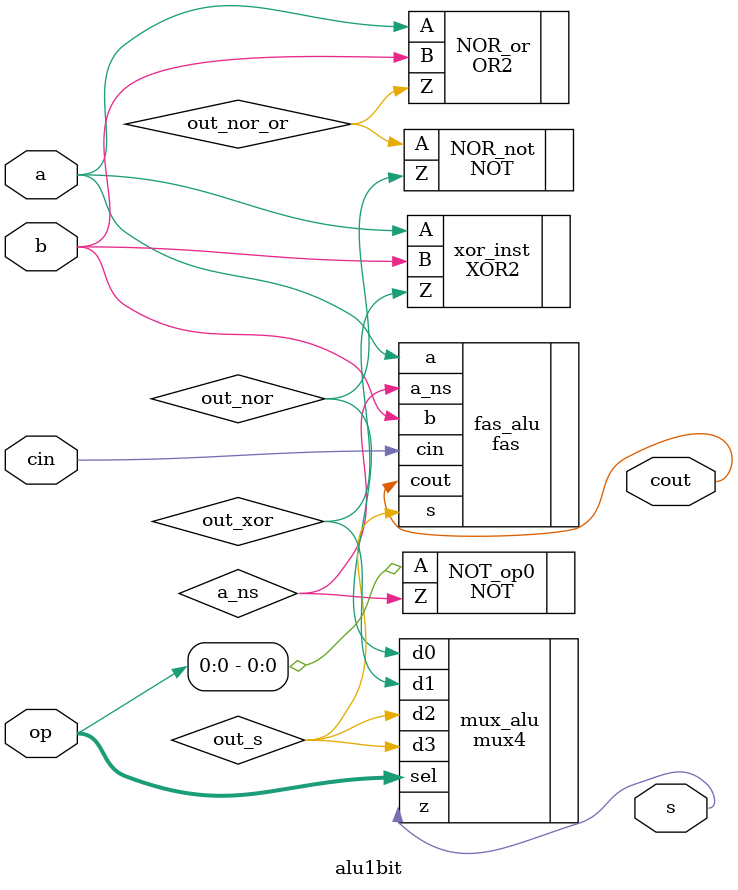
<source format=sv>
module alu1bit (
    input logic a,           // Input bit a
    input logic b,           // Input bit b
    input logic cin,         // Carry in
    input logic [1:0] op,    // Operation
    output logic s,          // Output S
    output logic cout        // Carry out
);

logic out_nor, out_nor_not, out_xor, out_s, a_ns;

OR2 #(.Tpdhl(3), .Tpdlh(2)) NOR_or (
    .Z(out_nor_or), .A(a), .B(b));

NOT #(.Tpdhl(7), .Tpdlh(10)) NOR_not (
    .Z(out_nor), .A(out_nor_or));

NOT #(.Tpdhl(7), .Tpdlh(10)) NOT_op0 (
    .Z(a_ns), .A(op[0]));

XOR2 #(.Tpdhl(2), .Tpdlh(1)) xor_inst (
    .Z(out_xor), .A(a), .B(b));

fas fas_alu( 
    .a(a), .b(b), .cin(cin), .a_ns(a_ns), .s(out_s), .cout(cout));

mux4 mux_alu(
    .d0(out_nor), .d1(out_xor), .d2(out_s), .d3(out_s), .sel(op), .z(s)
);

endmodule

</source>
